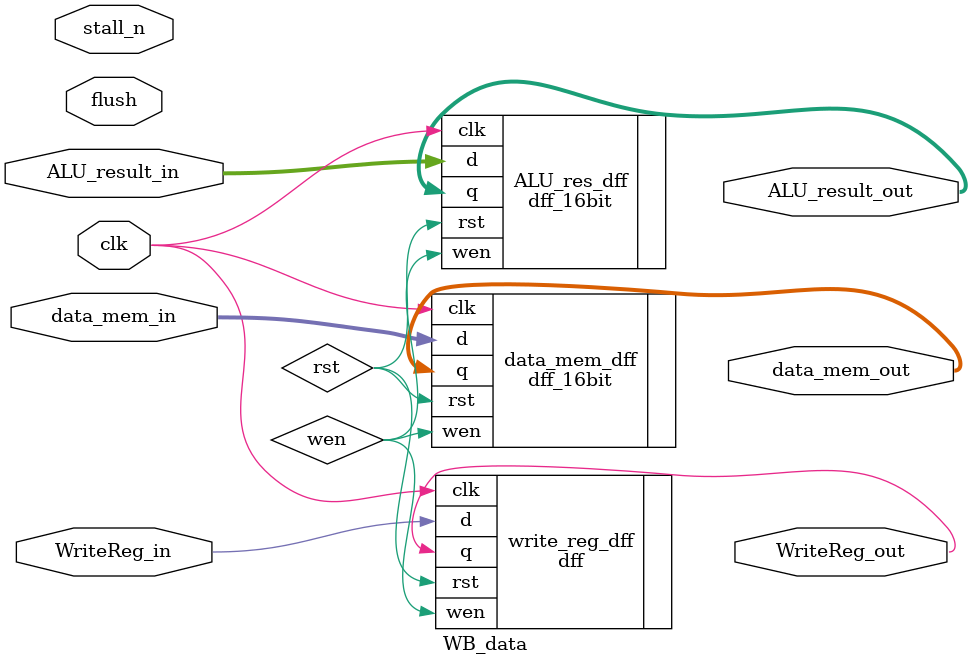
<source format=v>
module WB_data(
  input clk,
  input flush,
  input stall_n,
  input WriteReg_in,
  input [15:0] ALU_result_in,
  input [15:0] data_mem_in,
  output WriteReg_out,
  output [15:0] ALU_result_out,
  output [15:0] data_mem_out
  );

dff write_reg_dff(.d(WriteReg_in), .q(WriteReg_out), .wen(wen), .clk(clk), .rst(rst));
dff_16bit ALU_res_dff(.d(ALU_result_in), .q(ALU_result_out), .wen(wen), .clk(clk), .rst(rst));
dff_16bit data_mem_dff(.d(data_mem_in), .q(data_mem_out), .wen(wen), .clk(clk), .rst(rst));


endmodule

</source>
